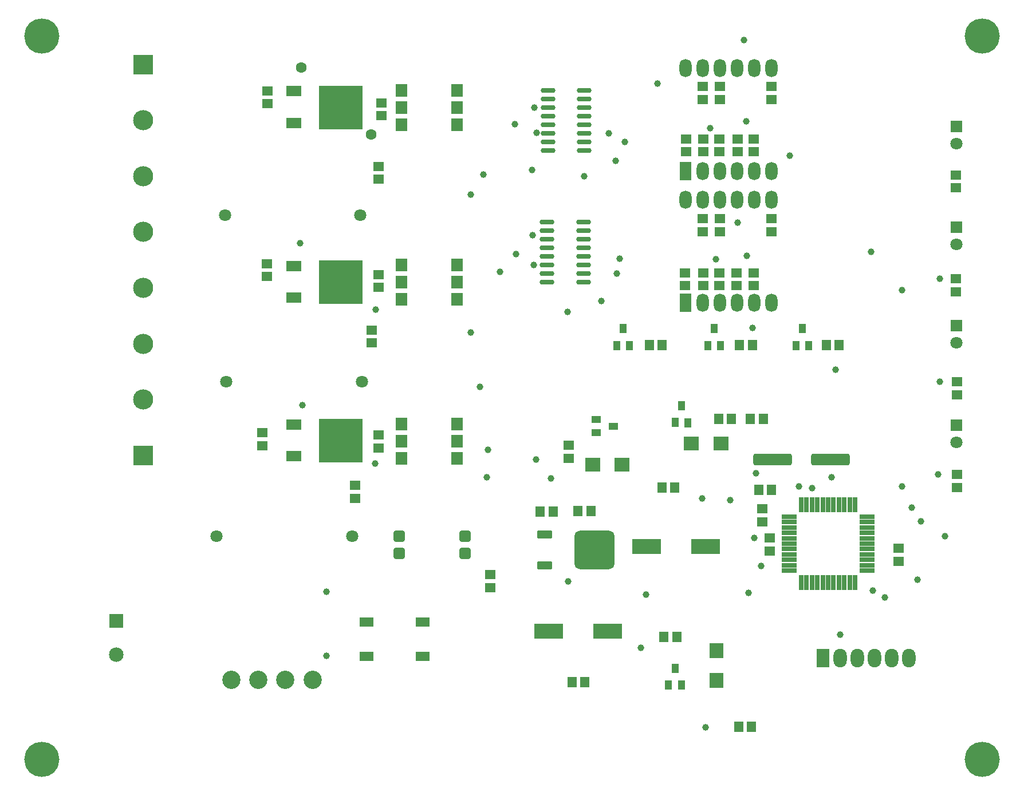
<source format=gbs>
%FSTAX23Y23*%
%MOIN*%
%SFA1B1*%

%IPPOS*%
%AMD70*
4,1,8,-0.020800,-0.032900,0.020800,-0.032900,0.031700,-0.022000,0.031700,0.022000,0.020800,0.032900,-0.020800,0.032900,-0.031700,0.022000,-0.031700,-0.022000,-0.020800,-0.032900,0.0*
1,1,0.021800,-0.020800,-0.022000*
1,1,0.021800,0.020800,-0.022000*
1,1,0.021800,0.020800,0.022000*
1,1,0.021800,-0.020800,0.022000*
%
%AMD73*
4,1,8,-0.043300,0.014800,-0.043300,-0.014800,-0.034400,-0.023700,0.034400,-0.023700,0.043300,-0.014800,0.043300,0.014800,0.034400,0.023700,-0.034400,0.023700,-0.043300,0.014800,0.0*
1,1,0.017800,-0.034400,0.014800*
1,1,0.017800,-0.034400,-0.014800*
1,1,0.017800,0.034400,-0.014800*
1,1,0.017800,0.034400,0.014800*
%
%AMD74*
4,1,8,-0.116200,0.081100,-0.116200,-0.081100,-0.085100,-0.112200,0.085100,-0.112200,0.116200,-0.081100,0.116200,0.081100,0.085100,0.112200,-0.085100,0.112200,-0.116200,0.081100,0.0*
1,1,0.062200,-0.085100,0.081100*
1,1,0.062200,-0.085100,-0.081100*
1,1,0.062200,0.085100,-0.081100*
1,1,0.062200,0.085100,0.081100*
%
%AMD80*
4,1,8,0.100800,0.033500,-0.100800,0.033500,-0.112200,0.022100,-0.112200,-0.022100,-0.100800,-0.033500,0.100800,-0.033500,0.112200,-0.022100,0.112200,0.022100,0.100800,0.033500,0.0*
1,1,0.022800,0.100800,0.022100*
1,1,0.022800,-0.100800,0.022100*
1,1,0.022800,-0.100800,-0.022100*
1,1,0.022800,0.100800,-0.022100*
%
%ADD10C,0.071000*%
%ADD11R,0.117300X0.117300*%
%ADD12C,0.117300*%
%ADD13R,0.071000X0.106400*%
%ADD14O,0.071000X0.106400*%
%ADD15C,0.106400*%
%ADD16C,0.084800*%
%ADD17R,0.084800X0.084800*%
%ADD18O,0.078000X0.108000*%
%ADD19R,0.078000X0.108000*%
%ADD20R,0.071000X0.071000*%
%ADD21C,0.039500*%
%ADD22C,0.204900*%
%ADD23C,0.063100*%
%ADD63R,0.063100X0.055200*%
%ADD64R,0.086700X0.059200*%
%ADD65R,0.258000X0.258000*%
%ADD66R,0.041500X0.055200*%
%ADD67R,0.055200X0.041500*%
%ADD68R,0.082800X0.055200*%
%ADD69R,0.067800X0.078100*%
G04~CAMADD=70~8~0.0~0.0~635.0~659.0~109.0~0.0~15~0.0~0.0~0.0~0.0~0~0.0~0.0~0.0~0.0~0~0.0~0.0~0.0~180.0~634.0~658.0*
%ADD70D70*%
%ADD71R,0.055200X0.063100*%
%ADD72R,0.086700X0.082800*%
G04~CAMADD=73~8~0.0~0.0~474.0~867.0~89.0~0.0~15~0.0~0.0~0.0~0.0~0~0.0~0.0~0.0~0.0~0~0.0~0.0~0.0~90.0~866.0~473.0*
%ADD73D73*%
G04~CAMADD=74~8~0.0~0.0~2245.0~2324.0~311.0~0.0~15~0.0~0.0~0.0~0.0~0~0.0~0.0~0.0~0.0~0~0.0~0.0~0.0~90.0~2324.0~2244.0*
%ADD74D74*%
%ADD75O,0.086700X0.029700*%
%ADD76R,0.169400X0.086700*%
%ADD77R,0.082800X0.086700*%
%ADD78R,0.088000X0.027000*%
%ADD79R,0.027000X0.088000*%
G04~CAMADD=80~8~0.0~0.0~2245.0~671.0~114.0~0.0~15~0.0~0.0~0.0~0.0~0~0.0~0.0~0.0~0.0~0~0.0~0.0~0.0~0.0~2245.0~671.0*
%ADD80D80*%
%LNpcb_washver2-1*%
%LPD*%
G54D10*
X02122Y02193D03*
X01334D03*
X02179Y03095D03*
X01391D03*
X02169Y04062D03*
X01382D03*
X05639Y0274D03*
Y0332D03*
Y03895D03*
Y0448D03*
G54D11*
X00908Y02665D03*
Y04941D03*
G54D12*
X00908Y0299D03*
Y03315D03*
Y03641D03*
Y03966D03*
Y04291D03*
Y04616D03*
G54D13*
X04064Y04321D03*
Y03552D03*
G54D14*
X04164Y04321D03*
X04264D03*
X04364D03*
X04464D03*
X04564D03*
X04064Y04921D03*
X04164D03*
X04264D03*
X04364D03*
X04464D03*
X04564D03*
X04164Y03552D03*
X04264D03*
X04364D03*
X04464D03*
X04564D03*
X04064Y04152D03*
X04164D03*
X04264D03*
X04364D03*
X04464D03*
X04564D03*
G54D15*
X0142Y01357D03*
X01577D03*
X01735D03*
X01892D03*
G54D16*
X00751Y01504D03*
G54D17*
X00751Y01701D03*
G54D18*
X05364Y01485D03*
X05264D03*
X05164D03*
X05064D03*
X04964D03*
G54D19*
X04864Y01485D03*
G54D20*
X05639Y0284D03*
Y0342D03*
Y03995D03*
Y0458D03*
G54D21*
X04322Y02405D03*
X03069Y04592D03*
X03198Y04542D03*
X05322Y02483D03*
X01835Y02958D03*
X02906Y02536D03*
X05145Y0385D03*
X02867Y03065D03*
X02815Y0338D03*
X02814Y04184D03*
X02886Y04301D03*
X03803Y01543D03*
X0418Y01081D03*
X02913Y02697D03*
X01975Y0187D03*
Y01498D03*
X03574Y03565D03*
X03379Y01929D03*
X02258Y02617D03*
X02261Y03514D03*
X01819Y03899D03*
X03835Y01854D03*
X05574Y02192D03*
X04419Y03828D03*
X03681Y03811D03*
X04475Y0256D03*
X04464Y02182D03*
X03193Y02641D03*
X02984Y03735D03*
X04503Y02019D03*
X04431Y01863D03*
X05154Y01878D03*
X04159Y02414D03*
X05222Y01838D03*
X04963Y01619D03*
X05414Y0194D03*
X03281Y02531D03*
X04725Y02482D03*
X03182Y0469D03*
X03172Y03948D03*
X03076Y03837D03*
X0318Y03772D03*
X04915Y02536D03*
X04799Y02472D03*
X03376Y03499D03*
X03475Y0429D03*
X05324Y03627D03*
X04937Y03164D03*
X04453Y03407D03*
X03171Y04326D03*
X04239Y03806D03*
X04367Y04019D03*
X03665Y03722D03*
X0467Y0441D03*
X04405Y05085D03*
X03657Y0438D03*
X03901Y04829D03*
X04416Y04611D03*
X03618Y0454D03*
X04207Y04569D03*
X0371Y0449D03*
X05542Y03692D03*
X05379Y0236D03*
X05542Y03092D03*
X05434Y0228D03*
X05534Y02552D03*
G54D22*
X0579Y05106D03*
Y00893D03*
X00318D03*
Y05106D03*
G54D23*
X02233Y04532D03*
X01827Y04923D03*
G54D63*
X01628Y03706D03*
Y03781D03*
X02277Y04348D03*
Y04273D03*
X02237Y0332D03*
Y03395D03*
X02139Y02415D03*
Y0249D03*
X02277Y02783D03*
Y02708D03*
X016Y02796D03*
Y02721D03*
X02277Y03718D03*
Y03643D03*
X01629Y04787D03*
Y04712D03*
X02293Y04717D03*
Y04642D03*
X02928Y01894D03*
Y01969D03*
X03382Y02722D03*
Y02647D03*
X04509Y02353D03*
Y02278D03*
X04554Y02107D03*
Y02182D03*
X04562Y04812D03*
Y04737D03*
X04262Y04812D03*
Y04737D03*
X04162Y04812D03*
Y04737D03*
X04261Y04432D03*
Y04507D03*
X04166Y04432D03*
Y04507D03*
X04366Y04432D03*
Y04507D03*
X04461Y04432D03*
Y04507D03*
X04066Y04432D03*
Y04507D03*
X04562Y04042D03*
Y03967D03*
X04262Y04042D03*
Y03967D03*
X04162Y04042D03*
Y03967D03*
X04361Y03652D03*
Y03727D03*
X04461Y03652D03*
Y03727D03*
X04261Y03652D03*
Y03727D03*
X04166Y03652D03*
Y03727D03*
X04061Y03652D03*
Y03727D03*
X05305Y02123D03*
Y02048D03*
X05642Y02477D03*
Y02552D03*
X05637Y04222D03*
Y04297D03*
Y03617D03*
Y03692D03*
X05642Y03017D03*
Y03092D03*
G54D64*
X01782Y03583D03*
Y03768D03*
Y0266D03*
Y02845D03*
Y04786D03*
Y04601D03*
G54D65*
X02057Y03673D03*
Y0275D03*
Y04691D03*
G54D66*
X04039Y01326D03*
X03965Y01326D03*
X04002Y01424D03*
X04076Y02855D03*
X04002Y02856D03*
X04039Y02954D03*
X03736Y03305D03*
X03662Y03305D03*
X03699Y03404D03*
X04781Y03305D03*
X04707Y03305D03*
X04744Y03404D03*
X04266Y03305D03*
X04192Y03305D03*
X04229Y03404D03*
G54D67*
X03543Y02798D03*
X03544Y02872D03*
X03642Y02835D03*
G54D68*
X02207Y01693D03*
Y01492D03*
X02532Y01693D03*
Y01492D03*
G54D69*
X02735Y02648D03*
Y02848D03*
Y02748D03*
X0241Y02648D03*
Y02848D03*
Y02748D03*
X02735Y04591D03*
Y04791D03*
Y04691D03*
X0241Y04591D03*
Y04791D03*
Y04691D03*
X02735Y03573D03*
Y03773D03*
Y03673D03*
X0241Y03573D03*
Y03773D03*
Y03673D03*
G54D70*
X02779Y02192D03*
Y02092D03*
X02397D03*
Y02192D03*
G54D71*
X03926Y02477D03*
X04001D03*
X04957Y03307D03*
X04882D03*
X04489Y02463D03*
X04563D03*
X03402Y01345D03*
X03477D03*
X04516Y02877D03*
X04441D03*
X04448Y01085D03*
X04373D03*
X03512Y0234D03*
X03437D03*
X03217Y02337D03*
X03292D03*
X03852Y03307D03*
X03927D03*
X04377D03*
X04452D03*
X03937Y01607D03*
X04012D03*
X04331Y02877D03*
X04256D03*
G54D72*
X03695Y02609D03*
X03523D03*
X04098Y02734D03*
X0427D03*
G54D73*
X03243Y02025D03*
Y02205D03*
G54D74*
X03535Y02115D03*
G54D75*
X03258Y03672D03*
Y03722D03*
Y03772D03*
Y03822D03*
Y03872D03*
Y03922D03*
Y03972D03*
Y04022D03*
X0347Y03672D03*
Y03722D03*
Y03772D03*
Y03822D03*
Y03872D03*
Y03922D03*
Y03972D03*
Y04022D03*
X03263Y0444D03*
Y0449D03*
Y0454D03*
Y0459D03*
Y0464D03*
Y0469D03*
Y0474D03*
Y0479D03*
X03475Y0444D03*
Y0449D03*
Y0454D03*
Y0459D03*
Y0464D03*
Y0469D03*
Y0474D03*
Y0479D03*
G54D76*
X0361Y0164D03*
X03268D03*
X03838Y02135D03*
X0418D03*
G54D77*
X04245Y01526D03*
Y01354D03*
G54D78*
X0512Y02307D03*
Y02276D03*
Y02244D03*
Y02213D03*
Y02181D03*
Y0215D03*
Y02119D03*
Y02087D03*
Y02056D03*
Y02024D03*
Y01993D03*
X04668D03*
Y02024D03*
Y02056D03*
Y02087D03*
Y02119D03*
Y0215D03*
Y02181D03*
Y02213D03*
Y02244D03*
Y02276D03*
Y02307D03*
G54D79*
X05051Y01924D03*
X0502D03*
X04988D03*
X04957D03*
X04925D03*
X04894D03*
X04863D03*
X04831D03*
X048D03*
X04768D03*
X04737D03*
Y02376D03*
X04768D03*
X048D03*
X04831D03*
X04863D03*
X04894D03*
X04925D03*
X04957D03*
X04988D03*
X0502D03*
X05051D03*
G54D80*
X04906Y02639D03*
X04571D03*
M02*
</source>
